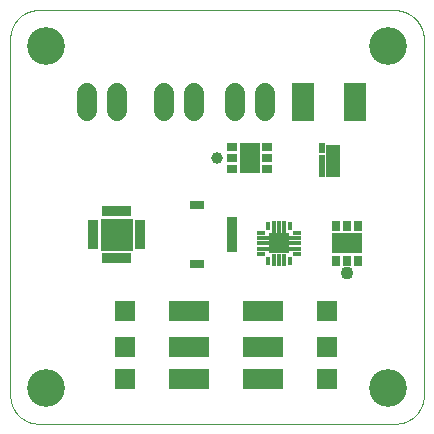
<source format=gts>
G04 EAGLE Gerber RS-274X export*
G75*
%MOMM*%
%FSLAX35Y35*%
%LPD*%
%INsolder_mask_top*%
%IPPOS*%
%AMOC8*
5,1,8,0,0,1.08239X$1,22.5*%
G01*
%ADD10C,0.000000*%
%ADD11R,1.703200X2.503200*%
%ADD12R,0.913200X0.663200*%
%ADD13R,2.703200X2.703200*%
%ADD14R,0.503200X0.953200*%
%ADD15R,0.953200X0.503200*%
%ADD16R,1.153200X2.703200*%
%ADD17R,0.503200X1.973200*%
%ADD18R,0.503200X0.853200*%
%ADD19C,1.703200*%
%ADD20R,1.703200X1.703200*%
%ADD21R,0.453200X1.003200*%
%ADD22R,1.003200X0.453200*%
%ADD23R,0.753200X0.453200*%
%ADD24R,0.453200X0.753200*%
%ADD25R,0.903200X0.503200*%
%ADD26R,1.203200X0.803200*%
%ADD27R,1.903200X3.203200*%
%ADD28R,1.803200X1.803200*%
%ADD29R,2.503200X1.703200*%
%ADD30R,0.663200X0.913200*%
%ADD31C,3.203200*%
%ADD32C,1.003200*%
%ADD33C,1.103200*%


D10*
X250000Y0D02*
X3250000Y0D01*
X3500000Y225000D02*
X3500000Y3275000D01*
X3225000Y3500000D02*
X250000Y3500000D01*
X0Y3275000D02*
X0Y225000D01*
X0Y3275000D02*
X371Y3280735D01*
X881Y3286460D01*
X1529Y3292170D01*
X2315Y3297864D01*
X3238Y3303536D01*
X4298Y3309185D01*
X5494Y3314806D01*
X6826Y3320397D01*
X8292Y3325954D01*
X9892Y3331474D01*
X11626Y3336954D01*
X13491Y3342390D01*
X15487Y3347780D01*
X17612Y3353120D01*
X19866Y3358406D01*
X22247Y3363637D01*
X24754Y3368809D01*
X27385Y3373919D01*
X30138Y3378963D01*
X33013Y3383940D01*
X36007Y3388846D01*
X39119Y3393678D01*
X42347Y3398433D01*
X45688Y3403109D01*
X49142Y3407703D01*
X52706Y3412212D01*
X56377Y3416633D01*
X60154Y3420965D01*
X64035Y3425204D01*
X68018Y3429348D01*
X72099Y3433395D01*
X76276Y3437342D01*
X80548Y3441186D01*
X84912Y3444927D01*
X89365Y3448561D01*
X93904Y3452086D01*
X98527Y3455500D01*
X103231Y3458802D01*
X108014Y3461989D01*
X112872Y3465060D01*
X117803Y3468012D01*
X122804Y3470844D01*
X127872Y3473555D01*
X133003Y3476142D01*
X138196Y3478605D01*
X143447Y3480942D01*
X148753Y3483150D01*
X154111Y3485230D01*
X159517Y3487180D01*
X164969Y3488999D01*
X170463Y3490686D01*
X175997Y3492239D01*
X181566Y3493658D01*
X187168Y3494942D01*
X192799Y3496090D01*
X198457Y3497102D01*
X204137Y3497977D01*
X209837Y3498715D01*
X215553Y3499314D01*
X221281Y3499775D01*
X227020Y3500098D01*
X232764Y3500282D01*
X238511Y3500327D01*
X244257Y3500233D01*
X250000Y3500000D01*
X3225000Y3500000D02*
X3231143Y3500538D01*
X3237297Y3500926D01*
X3243459Y3501162D01*
X3249625Y3501247D01*
X3255791Y3501180D01*
X3261953Y3500962D01*
X3268109Y3500594D01*
X3274253Y3500074D01*
X3280383Y3499403D01*
X3286494Y3498582D01*
X3292584Y3497612D01*
X3298648Y3496492D01*
X3304682Y3495224D01*
X3310684Y3493808D01*
X3316649Y3492246D01*
X3322574Y3490537D01*
X3328455Y3488684D01*
X3334289Y3486686D01*
X3340072Y3484546D01*
X3345801Y3482265D01*
X3351472Y3479844D01*
X3357083Y3477285D01*
X3362628Y3474588D01*
X3368106Y3471757D01*
X3373512Y3468792D01*
X3378845Y3465694D01*
X3384099Y3462467D01*
X3389273Y3459113D01*
X3394363Y3455632D01*
X3399366Y3452027D01*
X3404279Y3448300D01*
X3409099Y3444454D01*
X3413823Y3440491D01*
X3418449Y3436414D01*
X3422973Y3432224D01*
X3427393Y3427924D01*
X3431706Y3423517D01*
X3435909Y3419005D01*
X3440001Y3414392D01*
X3443978Y3409679D01*
X3447839Y3404871D01*
X3451580Y3399969D01*
X3455199Y3394977D01*
X3458695Y3389897D01*
X3462066Y3384733D01*
X3465309Y3379489D01*
X3468422Y3374166D01*
X3471403Y3368768D01*
X3474251Y3363299D01*
X3476964Y3357761D01*
X3479540Y3352159D01*
X3481978Y3346495D01*
X3484276Y3340773D01*
X3486433Y3334996D01*
X3488448Y3329168D01*
X3490319Y3323292D01*
X3492045Y3317372D01*
X3493626Y3311412D01*
X3495060Y3305415D01*
X3496346Y3299384D01*
X3497484Y3293323D01*
X3498472Y3287237D01*
X3499311Y3281128D01*
X3500000Y3275000D01*
X3500000Y225000D02*
X3499629Y219265D01*
X3499119Y213540D01*
X3498471Y207830D01*
X3497685Y202136D01*
X3496762Y196464D01*
X3495702Y190815D01*
X3494506Y185194D01*
X3493174Y179603D01*
X3491708Y174046D01*
X3490108Y168526D01*
X3488374Y163046D01*
X3486509Y157610D01*
X3484513Y152220D01*
X3482388Y146880D01*
X3480134Y141594D01*
X3477753Y136363D01*
X3475246Y131191D01*
X3472615Y126081D01*
X3469862Y121037D01*
X3466987Y116060D01*
X3463993Y111154D01*
X3460881Y106322D01*
X3457653Y101567D01*
X3454312Y96891D01*
X3450858Y92297D01*
X3447294Y87788D01*
X3443623Y83367D01*
X3439846Y79035D01*
X3435965Y74796D01*
X3431982Y70652D01*
X3427901Y66605D01*
X3423724Y62658D01*
X3419452Y58814D01*
X3415088Y55073D01*
X3410635Y51439D01*
X3406096Y47914D01*
X3401473Y44500D01*
X3396769Y41198D01*
X3391986Y38011D01*
X3387128Y34940D01*
X3382197Y31988D01*
X3377196Y29156D01*
X3372128Y26445D01*
X3366997Y23858D01*
X3361804Y21395D01*
X3356553Y19058D01*
X3351247Y16850D01*
X3345889Y14770D01*
X3340483Y12820D01*
X3335031Y11001D01*
X3329537Y9314D01*
X3324003Y7761D01*
X3318434Y6342D01*
X3312832Y5058D01*
X3307201Y3910D01*
X3301543Y2898D01*
X3295863Y2023D01*
X3290163Y1285D01*
X3284447Y686D01*
X3278719Y225D01*
X3272980Y-98D01*
X3267236Y-282D01*
X3261489Y-327D01*
X3255743Y-233D01*
X3250000Y0D01*
X250000Y0D02*
X244257Y-233D01*
X238511Y-327D01*
X232764Y-282D01*
X227020Y-98D01*
X221281Y225D01*
X215553Y686D01*
X209837Y1285D01*
X204137Y2023D01*
X198457Y2898D01*
X192799Y3910D01*
X187168Y5058D01*
X181566Y6342D01*
X175997Y7761D01*
X170463Y9314D01*
X164969Y11001D01*
X159517Y12820D01*
X154111Y14770D01*
X148753Y16850D01*
X143447Y19058D01*
X138196Y21395D01*
X133003Y23858D01*
X127872Y26445D01*
X122804Y29156D01*
X117803Y31988D01*
X112872Y34940D01*
X108014Y38011D01*
X103231Y41198D01*
X98527Y44500D01*
X93904Y47914D01*
X89365Y51439D01*
X84912Y55073D01*
X80548Y58814D01*
X76276Y62658D01*
X72099Y66605D01*
X68018Y70652D01*
X64035Y74796D01*
X60154Y79035D01*
X56377Y83367D01*
X52706Y87788D01*
X49142Y92297D01*
X45688Y96891D01*
X42347Y101567D01*
X39119Y106322D01*
X36007Y111154D01*
X33013Y116060D01*
X30138Y121037D01*
X27385Y126081D01*
X24754Y131191D01*
X22247Y136363D01*
X19866Y141594D01*
X17612Y146880D01*
X15487Y152220D01*
X13491Y157610D01*
X11626Y163046D01*
X9892Y168526D01*
X8292Y174046D01*
X6826Y179603D01*
X5494Y185194D01*
X4298Y190815D01*
X3238Y196464D01*
X2315Y202136D01*
X1529Y207830D01*
X881Y213540D01*
X371Y219265D01*
X0Y225000D01*
X3225000Y3500000D02*
X3231143Y3500538D01*
X3237297Y3500926D01*
X3243459Y3501162D01*
X3249625Y3501247D01*
X3255791Y3501180D01*
X3261953Y3500962D01*
X3268109Y3500594D01*
X3274253Y3500074D01*
X3280383Y3499403D01*
X3286494Y3498582D01*
X3292584Y3497612D01*
X3298648Y3496492D01*
X3304682Y3495224D01*
X3310684Y3493808D01*
X3316649Y3492246D01*
X3322574Y3490537D01*
X3328455Y3488684D01*
X3334289Y3486686D01*
X3340072Y3484546D01*
X3345801Y3482265D01*
X3351472Y3479844D01*
X3357083Y3477285D01*
X3362628Y3474588D01*
X3368106Y3471757D01*
X3373512Y3468792D01*
X3378845Y3465694D01*
X3384099Y3462467D01*
X3389273Y3459113D01*
X3394363Y3455632D01*
X3399366Y3452027D01*
X3404279Y3448300D01*
X3409099Y3444454D01*
X3413823Y3440491D01*
X3418449Y3436414D01*
X3422973Y3432224D01*
X3427393Y3427924D01*
X3431706Y3423517D01*
X3435909Y3419005D01*
X3440001Y3414392D01*
X3443978Y3409679D01*
X3447839Y3404871D01*
X3451580Y3399969D01*
X3455199Y3394977D01*
X3458695Y3389897D01*
X3462066Y3384733D01*
X3465309Y3379489D01*
X3468422Y3374166D01*
X3471403Y3368768D01*
X3474251Y3363299D01*
X3476964Y3357761D01*
X3479540Y3352159D01*
X3481978Y3346495D01*
X3484276Y3340773D01*
X3486433Y3334996D01*
X3488448Y3329168D01*
X3490319Y3323292D01*
X3492045Y3317372D01*
X3493626Y3311412D01*
X3495060Y3305415D01*
X3496346Y3299384D01*
X3497484Y3293323D01*
X3498472Y3287237D01*
X3499311Y3281128D01*
X3500000Y3275000D01*
X3500000Y225000D02*
X3499629Y219265D01*
X3499119Y213540D01*
X3498471Y207830D01*
X3497685Y202136D01*
X3496762Y196464D01*
X3495702Y190815D01*
X3494506Y185194D01*
X3493174Y179603D01*
X3491708Y174046D01*
X3490108Y168526D01*
X3488374Y163046D01*
X3486509Y157610D01*
X3484513Y152220D01*
X3482388Y146880D01*
X3480134Y141594D01*
X3477753Y136363D01*
X3475246Y131191D01*
X3472615Y126081D01*
X3469862Y121037D01*
X3466987Y116060D01*
X3463993Y111154D01*
X3460881Y106322D01*
X3457653Y101567D01*
X3454312Y96891D01*
X3450858Y92297D01*
X3447294Y87788D01*
X3443623Y83367D01*
X3439846Y79035D01*
X3435965Y74796D01*
X3431982Y70652D01*
X3427901Y66605D01*
X3423724Y62658D01*
X3419452Y58814D01*
X3415088Y55073D01*
X3410635Y51439D01*
X3406096Y47914D01*
X3401473Y44500D01*
X3396769Y41198D01*
X3391986Y38011D01*
X3387128Y34940D01*
X3382197Y31988D01*
X3377196Y29156D01*
X3372128Y26445D01*
X3366997Y23858D01*
X3361804Y21395D01*
X3356553Y19058D01*
X3351247Y16850D01*
X3345889Y14770D01*
X3340483Y12820D01*
X3335031Y11001D01*
X3329537Y9314D01*
X3324003Y7761D01*
X3318434Y6342D01*
X3312832Y5058D01*
X3307201Y3910D01*
X3301543Y2898D01*
X3295863Y2023D01*
X3290163Y1285D01*
X3284447Y686D01*
X3278719Y225D01*
X3272980Y-98D01*
X3267236Y-282D01*
X3261489Y-327D01*
X3255743Y-233D01*
X3250000Y0D01*
X250000Y0D02*
X244257Y-233D01*
X238511Y-327D01*
X232764Y-282D01*
X227020Y-98D01*
X221281Y225D01*
X215553Y686D01*
X209837Y1285D01*
X204137Y2023D01*
X198457Y2898D01*
X192799Y3910D01*
X187168Y5058D01*
X181566Y6342D01*
X175997Y7761D01*
X170463Y9314D01*
X164969Y11001D01*
X159517Y12820D01*
X154111Y14770D01*
X148753Y16850D01*
X143447Y19058D01*
X138196Y21395D01*
X133003Y23858D01*
X127872Y26445D01*
X122804Y29156D01*
X117803Y31988D01*
X112872Y34940D01*
X108014Y38011D01*
X103231Y41198D01*
X98527Y44500D01*
X93904Y47914D01*
X89365Y51439D01*
X84912Y55073D01*
X80548Y58814D01*
X76276Y62658D01*
X72099Y66605D01*
X68018Y70652D01*
X64035Y74796D01*
X60154Y79035D01*
X56377Y83367D01*
X52706Y87788D01*
X49142Y92297D01*
X45688Y96891D01*
X42347Y101567D01*
X39119Y106322D01*
X36007Y111154D01*
X33013Y116060D01*
X30138Y121037D01*
X27385Y126081D01*
X24754Y131191D01*
X22247Y136363D01*
X19866Y141594D01*
X17612Y146880D01*
X15487Y152220D01*
X13491Y157610D01*
X11626Y163046D01*
X9892Y168526D01*
X8292Y174046D01*
X6826Y179603D01*
X5494Y185194D01*
X4298Y190815D01*
X3238Y196464D01*
X2315Y202136D01*
X1529Y207830D01*
X881Y213540D01*
X371Y219265D01*
X0Y225000D01*
D11*
X2025000Y2250000D03*
D12*
X1877000Y2344000D03*
X1877000Y2250000D03*
X1877000Y2156000D03*
X2173000Y2250000D03*
X2173000Y2155000D03*
X2173000Y2345000D03*
D13*
X900000Y1600000D03*
D14*
X800000Y1800000D03*
X850000Y1800000D03*
X900000Y1800000D03*
X950000Y1800000D03*
X1000000Y1800000D03*
X1000000Y1400000D03*
X950000Y1400000D03*
X900000Y1400000D03*
X850000Y1400000D03*
X800000Y1400000D03*
D15*
X1100000Y1500000D03*
X1100000Y1550000D03*
X1100000Y1600000D03*
X1100000Y1650000D03*
X1100000Y1700000D03*
X700000Y1700000D03*
X700000Y1650000D03*
X700000Y1600000D03*
X700000Y1550000D03*
X700000Y1500000D03*
D16*
X2732560Y2225405D03*
D17*
X2640000Y2178720D03*
D18*
X2640340Y2337610D03*
D19*
X1552000Y2650000D02*
X1552000Y2800000D01*
X1298000Y2800000D02*
X1298000Y2650000D01*
X902000Y2650000D02*
X902000Y2800000D01*
X648000Y2800000D02*
X648000Y2650000D01*
D20*
X2275000Y1525000D03*
D21*
X2230000Y1665000D03*
X2275000Y1665000D03*
X2320000Y1665000D03*
X2230000Y1385000D03*
X2275000Y1385000D03*
X2320000Y1385000D03*
D22*
X2410000Y1480000D03*
X2410000Y1525000D03*
X2410000Y1570000D03*
X2135000Y1480000D03*
X2135000Y1525000D03*
X2135000Y1570000D03*
D23*
X2123000Y1435000D03*
D24*
X2185000Y1373000D03*
X2185000Y1677000D03*
D23*
X2123000Y1615000D03*
D24*
X2365000Y1677000D03*
X2365000Y1373000D03*
D23*
X2423000Y1435000D03*
X2423000Y1615000D03*
D19*
X2152000Y2650000D02*
X2152000Y2800000D01*
X1898000Y2800000D02*
X1898000Y2650000D01*
D25*
X1877000Y1575000D03*
X1877000Y1625000D03*
X1877000Y1675000D03*
X1877000Y1525000D03*
X1877000Y1475000D03*
X1877000Y1725000D03*
D26*
X1577000Y1850000D03*
X1577000Y1350000D03*
D27*
X2480000Y2725000D03*
X2920000Y2725000D03*
D28*
X1430000Y950000D03*
X970000Y950000D03*
X2055000Y950000D03*
X1595000Y950000D03*
X2680000Y950000D03*
X2220000Y950000D03*
X1430000Y650000D03*
X970000Y650000D03*
X2055000Y650000D03*
X1595000Y650000D03*
X2680000Y650000D03*
X2220000Y650000D03*
X1430000Y375000D03*
X970000Y375000D03*
X2055000Y375000D03*
X1595000Y375000D03*
X2680000Y375000D03*
X2220000Y375000D03*
D29*
X2850000Y1525000D03*
D30*
X2944000Y1673000D03*
X2850000Y1673000D03*
X2756000Y1673000D03*
X2850000Y1377000D03*
X2755000Y1377000D03*
X2945000Y1377000D03*
D31*
X300000Y3200000D03*
X300000Y300000D03*
X3200000Y300000D03*
X3200000Y3200000D03*
D32*
X1750000Y2250000D03*
D33*
X2850000Y1275000D03*
M02*

</source>
